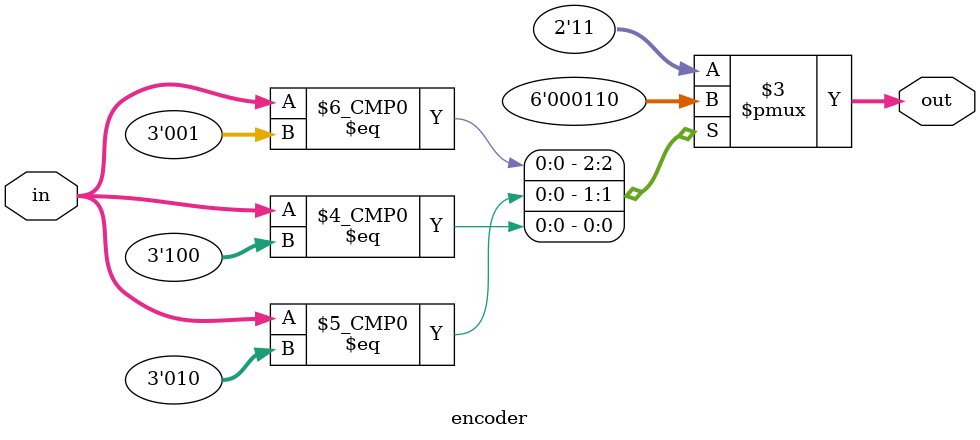
<source format=v>
`timescale 1ns/1ns

/* Encoder : 3bit input(EQ, GT, LT)을 2bit로 인코딩 */ 
module encoder(in,out); 
  input [2:0] in;
  output reg [1:0] out;
  
  always @(*) begin
   case(in)
     3'b001: out = 2'b00; // EQ
	 3'b010: out = 2'b01; // GT
	 3'b100: out = 2'b10; // LT
	 default : out = 2'b11; // Exception
   endcase
  end
endmodule
</source>
